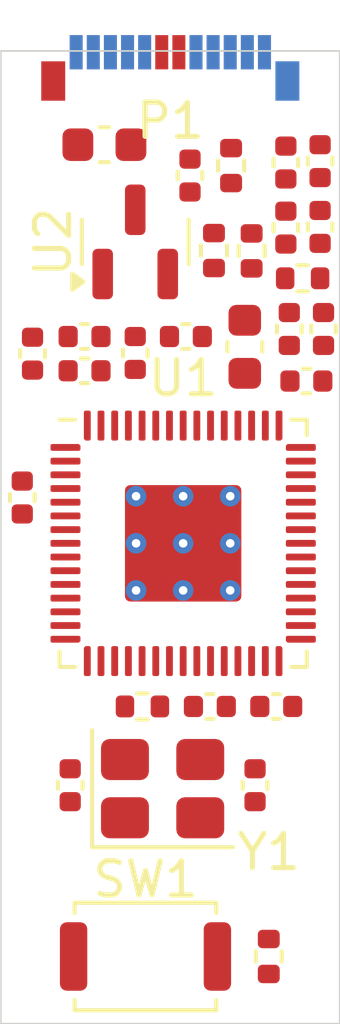
<source format=kicad_pcb>
(kicad_pcb (version 20241229) (generator "pcbnew") (generator_version "9.0")
  (layers (0 "F.Cu" signal) (2 "B.Cu" signal) (13 "F.Paste" user) (15 "B.Paste" user) (5 "F.SilkS" user "F.Silkscreen") (7 "B.SilkS" user "B.Silkscreen") (1 "F.Mask" user) (3 "B.Mask" user) (25 "Edge.Cuts" user))
  (net 0 "")
  (net 1 "VBUS")
  (net 2 "GND")
  (net 3 "+3V3")
  (net 4 "Net-(C3-Pad1)")
  (net 5 "/XIN")
  (net 6 "+1V1")
  (net 7 "/VREG_AVDD")
  (net 8 "Net-(U1-VREG_LX)")
  (net 9 "/USB_D+")
  (net 10 "/USB_D-")
  (net 12 "Net-(P1-CC)")
  (net 13 "Net-(U1-USB_DP)")
  (net 14 "Net-(U1-USB_DM)")
  (net 15 "/BOOTSEL")
  (net 16 "Net-(R4-Pad1)")
  (net 17 "/XOUT")
  (footprint "Capacitor_SMD:C_0402_1005Metric" (layer "F.Cu") (at 178.045 80.7375)
    (property "Reference" "C9" (hide yes))
    (property "Value" "4.7u" (hide yes))
    (fp_line (start -0.107836 -0.36) (end 0.107836 -0.36) (stroke (width 0.12)) (layer "F.SilkS"))
    (fp_line (start -0.107836 0.36) (end 0.107836 0.36) (stroke (width 0.12)) (layer "F.SilkS"))
    (pad "1" smd roundrect (at -0.48 0) (size 0.56 0.62) (layers "F.Cu" "F.Mask" "F.Paste") (net 6 "+1V1"))
    (pad "2" smd roundrect (at 0.48 0) (size 0.56 0.62) (layers "F.Cu" "F.Mask" "F.Paste") (net 2 "GND"))
  )
  (footprint "Resistor_SMD:R_0402_1005Metric" (layer "F.Cu") (at 174.135 80.7375 180)
    (property "Reference" "R5" (hide yes))
    (property "Value" "1k" (hide yes))
    (fp_line (start -0.153641 0.38) (end 0.153641 0.38) (stroke (width 0.12)) (layer "F.SilkS"))
    (fp_line (start -0.153641 -0.38) (end 0.153641 -0.38) (stroke (width 0.12)) (layer "F.SilkS"))
    (pad "1" smd roundrect (at -0.51 0 180) (size 0.54 0.64) (layers "F.Cu" "F.Mask" "F.Paste") (net 17 "/XOUT"))
    (pad "2" smd roundrect (at 0.51 0 180) (size 0.54 0.64) (layers "F.Cu" "F.Mask" "F.Paste") (net 4 "Net-(C3-Pad1)"))
  )
  (footprint "Resistor_SMD:R_0402_1005Metric" (layer "F.Cu") (at 177.325 67.4375 90)
    (property "Reference" "R3" (hide yes))
    (property "Value" "27" (hide yes))
    (fp_line (start -0.153641 -0.38) (end 0.153641 -0.38) (stroke (width 0.12)) (layer "F.SilkS"))
    (fp_line (start -0.153641 0.38) (end 0.153641 0.38) (stroke (width 0.12)) (layer "F.SilkS"))
    (pad "1" smd roundrect (at -0.51 0 90) (size 0.54 0.64) (layers "F.Cu" "F.Mask" "F.Paste") (net 14 "Net-(U1-USB_DM)"))
    (pad "2" smd roundrect (at 0.51 0 90) (size 0.54 0.64) (layers "F.Cu" "F.Mask" "F.Paste") (net 10 "/USB_D-"))
  )
  (footprint "Capacitor_SMD:C_0402_1005Metric" (layer "F.Cu") (at 172.445 69.9375 180)
    (property "Reference" "C19" (hide yes))
    (property "Value" "100n" (hide yes))
    (fp_line (start -0.107836 0.36) (end 0.107836 0.36) (stroke (width 0.12)) (layer "F.SilkS"))
    (fp_line (start -0.107836 -0.36) (end 0.107836 -0.36) (stroke (width 0.12)) (layer "F.SilkS"))
    (pad "1" smd roundrect (at -0.48 0 180) (size 0.56 0.62) (layers "F.Cu" "F.Mask" "F.Paste") (net 3 "+3V3"))
    (pad "2" smd roundrect (at 0.48 0 180) (size 0.56 0.62) (layers "F.Cu" "F.Mask" "F.Paste") (net 2 "GND"))
  )
  (footprint "Connector_USB:USB_C_Plug_Molex_105444" (layer "F.Cu") (at 174.95 61.5975)
    (property "Reference" "P1" (at 0 2.04 0) (layer "F.SilkS"))
    (property "Value" "USB_C_Plug_USB2.0" (hide yes))
    (pad "A1" smd rect (at -2.75 0.04) (size 0.38 1) (layers "F.Cu" "F.Mask" "F.Paste") (net 2 "GND"))
    (pad "A2" smd rect (at -2.25 0.04) (size 0.38 1) (layers "F.Cu" "F.Mask" "F.Paste"))
    (pad "A3" smd rect (at -1.75 0.04) (size 0.38 1) (layers "F.Cu" "F.Mask" "F.Paste"))
    (pad "A4" smd rect (at -1.25 0.04) (size 0.38 1) (layers "F.Cu" "F.Mask" "F.Paste") (net 1 "VBUS"))
    (pad "A5" smd rect (at -0.75 0.04) (size 0.38 1) (layers "F.Cu" "F.Mask" "F.Paste") (net 12 "Net-(P1-CC)"))
    (pad "A6" smd rect (at -0.25 0.04) (size 0.38 1) (layers "F.Cu" "F.Mask" "F.Paste") (net 10 "/USB_D-"))
    (pad "A7" smd rect (at 0.25 0.04) (size 0.38 1) (layers "F.Cu" "F.Mask" "F.Paste") (net 9 "/USB_D+"))
    (pad "A8" smd rect (at 0.75 0.04) (size 0.38 1) (layers "F.Cu" "F.Mask" "F.Paste"))
    (pad "A9" smd rect (at 1.25 0.04) (size 0.38 1) (layers "F.Cu" "F.Mask" "F.Paste") (net 1 "VBUS"))
    (pad "A10" smd rect (at 1.75 0.04) (size 0.38 1) (layers "F.Cu" "F.Mask" "F.Paste"))
    (pad "A11" smd rect (at 2.25 0.04) (size 0.38 1) (layers "F.Cu" "F.Mask" "F.Paste"))
    (pad "A12" smd rect (at 2.75 0.04) (size 0.38 1) (layers "F.Cu" "F.Mask" "F.Paste") (net 2 "GND"))
    (pad "B1" smd rect (at 2.75 0.04) (size 0.38 1) (layers "B.Cu" "B.Mask" "B.Paste") (net 2 "GND"))
    (pad "B2" smd rect (at 2.25 0.04) (size 0.38 1) (layers "B.Cu" "B.Mask" "B.Paste"))
    (pad "B3" smd rect (at 1.75 0.04) (size 0.38 1) (layers "B.Cu" "B.Mask" "B.Paste"))
    (pad "B4" smd rect (at 1.25 0.04) (size 0.38 1) (layers "B.Cu" "B.Mask" "B.Paste") (net 1 "VBUS"))
    (pad "B5" smd rect (at 0.75 0.04) (size 0.38 1) (layers "B.Cu" "B.Mask" "B.Paste"))
    (pad "B8" smd rect (at -0.75 0.04) (size 0.38 1) (layers "B.Cu" "B.Mask" "B.Paste"))
    (pad "B9" smd rect (at -1.25 0.04) (size 0.38 1) (layers "B.Cu" "B.Mask" "B.Paste") (net 1 "VBUS"))
    (pad "B10" smd rect (at -1.75 0.04) (size 0.38 1) (layers "B.Cu" "B.Mask" "B.Paste"))
    (pad "B11" smd rect (at -2.25 0.04) (size 0.38 1) (layers "B.Cu" "B.Mask" "B.Paste"))
    (pad "B12" smd rect (at -2.75 0.04) (size 0.38 1) (layers "B.Cu" "B.Mask" "B.Paste") (net 2 "GND"))
    (pad "S1" smd rect (at -3.42 0.88) (size 0.7 1.15) (layers "F.Cu" "F.Mask" "F.Paste") (net 2 "GND"))
    (pad "S1" smd rect (at 3.42 0.88) (size 0.7 1.15) (layers "B.Cu" "B.Mask" "B.Paste") (net 2 "GND"))
  )
  (footprint "Capacitor_SMD:C_0402_1005Metric" (layer "F.Cu") (at 178.925 71.2375)
    (property "Reference" "C14" (hide yes))
    (property "Value" "100n" (hide yes))
    (fp_line (start -0.107836 -0.36) (end 0.107836 -0.36) (stroke (width 0.12)) (layer "F.SilkS"))
    (fp_line (start -0.107836 0.36) (end 0.107836 0.36) (stroke (width 0.12)) (layer "F.SilkS"))
    (pad "1" smd roundrect (at -0.48 0) (size 0.56 0.62) (layers "F.Cu" "F.Mask" "F.Paste") (net 3 "+3V3"))
    (pad "2" smd roundrect (at 0.48 0) (size 0.56 0.62) (layers "F.Cu" "F.Mask" "F.Paste") (net 2 "GND"))
  )
  (footprint "Capacitor_SMD:C_0402_1005Metric" (layer "F.Cu") (at 172.025 83.0375 90)
    (property "Reference" "C3" (hide yes))
    (property "Value" "15p" (hide yes))
    (fp_line (start -0.107836 -0.36) (end 0.107836 -0.36) (stroke (width 0.12)) (layer "F.SilkS"))
    (fp_line (start -0.107836 0.36) (end 0.107836 0.36) (stroke (width 0.12)) (layer "F.SilkS"))
    (pad "1" smd roundrect (at -0.48 0 90) (size 0.56 0.62) (layers "F.Cu" "F.Mask" "F.Paste") (net 4 "Net-(C3-Pad1)"))
    (pad "2" smd roundrect (at 0.48 0 90) (size 0.56 0.62) (layers "F.Cu" "F.Mask" "F.Paste") (net 2 "GND"))
  )
  (footprint "Capacitor_SMD:C_0402_1005Metric" (layer "F.Cu") (at 173.925 70.4175 -90)
    (property "Reference" "C15" (hide yes))
    (property "Value" "100n" (hide yes))
    (fp_line (start -0.107836 0.36) (end 0.107836 0.36) (stroke (width 0.12)) (layer "F.SilkS"))
    (fp_line (start -0.107836 -0.36) (end 0.107836 -0.36) (stroke (width 0.12)) (layer "F.SilkS"))
    (pad "1" smd roundrect (at -0.48 0 270) (size 0.56 0.62) (layers "F.Cu" "F.Mask" "F.Paste") (net 3 "+3V3"))
    (pad "2" smd roundrect (at 0.48 0 270) (size 0.56 0.62) (layers "F.Cu" "F.Mask" "F.Paste") (net 2 "GND"))
  )
  (footprint "Resistor_SMD:R_0402_1005Metric" (layer "F.Cu") (at 176.225 67.4275 90)
    (property "Reference" "R2" (hide yes))
    (property "Value" "27" (hide yes))
    (fp_line (start -0.153641 -0.38) (end 0.153641 -0.38) (stroke (width 0.12)) (layer "F.SilkS"))
    (fp_line (start -0.153641 0.38) (end 0.153641 0.38) (stroke (width 0.12)) (layer "F.SilkS"))
    (pad "1" smd roundrect (at -0.51 0 90) (size 0.54 0.64) (layers "F.Cu" "F.Mask" "F.Paste") (net 13 "Net-(U1-USB_DP)"))
    (pad "2" smd roundrect (at 0.51 0 90) (size 0.54 0.64) (layers "F.Cu" "F.Mask" "F.Paste") (net 9 "/USB_D+"))
  )
  (footprint "Capacitor_SMD:C_0402_1005Metric" (layer "F.Cu") (at 178.325 66.7575 90)
    (property "Reference" "C7" (hide yes))
    (property "Value" "4.7u" (hide yes))
    (fp_line (start -0.107836 -0.36) (end 0.107836 -0.36) (stroke (width 0.12)) (layer "F.SilkS"))
    (fp_line (start -0.107836 0.36) (end 0.107836 0.36) (stroke (width 0.12)) (layer "F.SilkS"))
    (pad "1" smd roundrect (at -0.48 0 90) (size 0.56 0.62) (layers "F.Cu" "F.Mask" "F.Paste") (net 7 "/VREG_AVDD"))
    (pad "2" smd roundrect (at 0.48 0 90) (size 0.56 0.62) (layers "F.Cu" "F.Mask" "F.Paste") (net 2 "GND"))
  )
  (footprint "Crystal:Crystal_SMD_3225-4Pin_3.2x2.5mm" (layer "F.Cu") (at 174.725 83.1375)
    (property "Reference" "Y1" (at 3.1 1.85 0) (layer "F.SilkS"))
    (property "Value" "ABM8-272-T3" (hide yes))
    (fp_line (start -2.06 -1.71) (end -2.06 1.71) (stroke (width 0.12)) (layer "F.SilkS"))
    (fp_line (start -2.06 1.71) (end 2.06 1.71) (stroke (width 0.12)) (layer "F.SilkS"))
    (pad "1" smd roundrect (at -1.1 0.85) (size 1.4 1.2) (layers "F.Cu" "F.Mask" "F.Paste") (roundrect_rratio 0.208333) (net 4 "Net-(C3-Pad1)"))
    (pad "2" smd roundrect (at 1.1 0.85) (size 1.4 1.2) (layers "F.Cu" "F.Mask" "F.Paste") (roundrect_rratio 0.208333))
    (pad "3" smd roundrect (at 1.1 -0.85) (size 1.4 1.2) (layers "F.Cu" "F.Mask" "F.Paste") (roundrect_rratio 0.208333) (net 5 "/XIN"))
    (pad "4" smd roundrect (at -1.1 -0.85) (size 1.4 1.2) (layers "F.Cu" "F.Mask" "F.Paste") (roundrect_rratio 0.208333))
  )
  (footprint "Package_TO_SOT_SMD:SOT-23" (layer "F.Cu") (at 173.925 67.175 90)
    (property "Reference" "U2" (at 0 -2.4 90) (layer "F.SilkS"))
    (property "Value" "MCP1700x-330xxTT" (hide yes))
    (fp_line (start 0 -1.56) (end 0.65 -1.56) (stroke (width 0.12)) (layer "F.SilkS"))
    (fp_line (start 0 -1.56) (end -0.65 -1.56) (stroke (width 0.12)) (layer "F.SilkS"))
    (fp_line (start 0 1.56) (end 0.65 1.56) (stroke (width 0.12)) (layer "F.SilkS"))
    (fp_line (start 0 1.56) (end -0.65 1.56) (stroke (width 0.12)) (layer "F.SilkS"))
    (fp_poly (pts (xy -1.1625 -1.51) (xy -1.4025 -1.84) (xy -0.9225 -1.84)) (stroke (width 0.12)) (fill yes) (layer "F.SilkS"))
    (pad "1" smd roundrect (at -0.9375 -0.95 90) (size 1.475 0.6) (layers "F.Cu" "F.Mask" "F.Paste") (net 2 "GND"))
    (pad "2" smd roundrect (at -0.9375 0.95 90) (size 1.475 0.6) (layers "F.Cu" "F.Mask" "F.Paste") (net 3 "+3V3"))
    (pad "3" smd roundrect (at 0.9375 0 90) (size 1.475 0.6) (layers "F.Cu" "F.Mask" "F.Paste") (net 1 "VBUS"))
  )
  (footprint "Capacitor_SMD:C_0402_1005Metric" (layer "F.Cu") (at 176.105 80.7375)
    (property "Reference" "C10" (hide yes))
    (property "Value" "100n" (hide yes))
    (fp_line (start -0.107836 -0.36) (end 0.107836 -0.36) (stroke (width 0.12)) (layer "F.SilkS"))
    (fp_line (start -0.107836 0.36) (end 0.107836 0.36) (stroke (width 0.12)) (layer "F.SilkS"))
    (pad "1" smd roundrect (at -0.48 0) (size 0.56 0.62) (layers "F.Cu" "F.Mask" "F.Paste") (net 6 "+1V1"))
    (pad "2" smd roundrect (at 0.48 0) (size 0.56 0.62) (layers "F.Cu" "F.Mask" "F.Paste") (net 2 "GND"))
  )
  (footprint "Capacitor_SMD:C_0402_1005Metric" (layer "F.Cu") (at 170.625 74.6375 90)
    (property "Reference" "L1" (hide yes))
    (property "Value" "3.3u" (hide yes))
    (fp_line (start -0.107836 -0.36) (end 0.107836 -0.36) (stroke (width 0.12)) (layer "F.SilkS"))
    (fp_line (start -0.107836 0.36) (end 0.107836 0.36) (stroke (width 0.12)) (layer "F.SilkS"))
    (pad "1" smd roundrect (at -0.48 0 90) (size 0.56 0.62) (layers "F.Cu" "F.Mask" "F.Paste") (net 6 "+1V1"))
    (pad "2" smd roundrect (at 0.48 0 90) (size 0.56 0.62) (layers "F.Cu" "F.Mask" "F.Paste") (net 8 "Net-(U1-VREG_LX)"))
  )
  (footprint "Resistor_SMD:R_0402_1005Metric" (layer "F.Cu") (at 176.725 64.9475 -90)
    (property "Reference" "R1" (hide yes))
    (property "Value" "5.1K" (hide yes))
    (fp_line (start -0.153641 0.38) (end 0.153641 0.38) (stroke (width 0.12)) (layer "F.SilkS"))
    (fp_line (start -0.153641 -0.38) (end 0.153641 -0.38) (stroke (width 0.12)) (layer "F.SilkS"))
    (pad "1" smd roundrect (at -0.51 0 270) (size 0.54 0.64) (layers "F.Cu" "F.Mask" "F.Paste") (net 12 "Net-(P1-CC)"))
    (pad "2" smd roundrect (at 0.51 0 270) (size 0.54 0.64) (layers "F.Cu" "F.Mask" "F.Paste") (net 2 "GND"))
  )
  (footprint "Capacitor_SMD:C_0402_1005Metric" (layer "F.Cu") (at 172.445 70.9375)
    (property "Reference" "C18" (hide yes))
    (property "Value" "100n" (hide yes))
    (fp_line (start -0.107836 -0.36) (end 0.107836 -0.36) (stroke (width 0.12)) (layer "F.SilkS"))
    (fp_line (start -0.107836 0.36) (end 0.107836 0.36) (stroke (width 0.12)) (layer "F.SilkS"))
    (pad "1" smd roundrect (at -0.48 0) (size 0.56 0.62) (layers "F.Cu" "F.Mask" "F.Paste") (net 3 "+3V3"))
    (pad "2" smd roundrect (at 0.48 0) (size 0.56 0.62) (layers "F.Cu" "F.Mask" "F.Paste") (net 2 "GND"))
  )
  (footprint "Capacitor_SMD:C_0402_1005Metric" (layer "F.Cu") (at 177.425 83.0375 -90)
    (property "Reference" "C4" (hide yes))
    (property "Value" "15p" (hide yes))
    (fp_line (start -0.107836 0.36) (end 0.107836 0.36) (stroke (width 0.12)) (layer "F.SilkS"))
    (fp_line (start -0.107836 -0.36) (end 0.107836 -0.36) (stroke (width 0.12)) (layer "F.SilkS"))
    (pad "1" smd roundrect (at -0.48 0 270) (size 0.56 0.62) (layers "F.Cu" "F.Mask" "F.Paste") (net 5 "/XIN"))
    (pad "2" smd roundrect (at 0.48 0 270) (size 0.56 0.62) (layers "F.Cu" "F.Mask" "F.Paste") (net 2 "GND"))
  )
  (footprint "Capacitor_SMD:C_0402_1005Metric" (layer "F.Cu") (at 178.325 64.8575 90)
    (property "Reference" "C13" (hide yes))
    (property "Value" "100n" (hide yes))
    (fp_line (start -0.107836 -0.36) (end 0.107836 -0.36) (stroke (width 0.12)) (layer "F.SilkS"))
    (fp_line (start -0.107836 0.36) (end 0.107836 0.36) (stroke (width 0.12)) (layer "F.SilkS"))
    (pad "1" smd roundrect (at -0.48 0 90) (size 0.56 0.62) (layers "F.Cu" "F.Mask" "F.Paste") (net 3 "+3V3"))
    (pad "2" smd roundrect (at 0.48 0 90) (size 0.56 0.62) (layers "F.Cu" "F.Mask" "F.Paste") (net 2 "GND"))
  )
  (footprint "Capacitor_SMD:C_0402_1005Metric" (layer "F.Cu") (at 179.425 69.7175 90)
    (property "Reference" "C8" (hide yes))
    (property "Value" "100n" (hide yes))
    (fp_line (start -0.107836 -0.36) (end 0.107836 -0.36) (stroke (width 0.12)) (layer "F.SilkS"))
    (fp_line (start -0.107836 0.36) (end 0.107836 0.36) (stroke (width 0.12)) (layer "F.SilkS"))
    (pad "1" smd roundrect (at -0.48 0 90) (size 0.56 0.62) (layers "F.Cu" "F.Mask" "F.Paste") (net 6 "+1V1"))
    (pad "2" smd roundrect (at 0.48 0 90) (size 0.56 0.62) (layers "F.Cu" "F.Mask" "F.Paste") (net 2 "GND"))
  )
  (footprint "Capacitor_SMD:C_0603_1608Metric" (layer "F.Cu") (at 173.025 64.3375)
    (property "Reference" "C1" (hide yes))
    (property "Value" "10u" (hide yes))
    (fp_line (start -0.14058 -0.51) (end 0.14058 -0.51) (stroke (width 0.12)) (layer "F.SilkS"))
    (fp_line (start -0.14058 0.51) (end 0.14058 0.51) (stroke (width 0.12)) (layer "F.SilkS"))
    (pad "1" smd roundrect (at -0.775 0) (size 0.9 0.95) (layers "F.Cu" "F.Mask" "F.Paste") (net 2 "GND"))
    (pad "2" smd roundrect (at 0.775 0) (size 0.9 0.95) (layers "F.Cu" "F.Mask" "F.Paste") (net 1 "VBUS"))
  )
  (footprint "Capacitor_SMD:C_0402_1005Metric" (layer "F.Cu") (at 179.325 64.8175 90)
    (property "Reference" "C11" (hide yes))
    (property "Value" "100n" (hide yes))
    (fp_line (start -0.107836 -0.36) (end 0.107836 -0.36) (stroke (width 0.12)) (layer "F.SilkS"))
    (fp_line (start -0.107836 0.36) (end 0.107836 0.36) (stroke (width 0.12)) (layer "F.SilkS"))
    (pad "1" smd roundrect (at -0.48 0 90) (size 0.56 0.62) (layers "F.Cu" "F.Mask" "F.Paste") (net 3 "+3V3"))
    (pad "2" smd roundrect (at 0.48 0 90) (size 0.56 0.62) (layers "F.Cu" "F.Mask" "F.Paste") (net 2 "GND"))
  )
  (footprint "Capacitor_SMD:C_0402_1005Metric" (layer "F.Cu") (at 175.525 65.2375 90)
    (property "Reference" "C12" (hide yes))
    (property "Value" "100n" (hide yes))
    (fp_line (start -0.107836 -0.36) (end 0.107836 -0.36) (stroke (width 0.12)) (layer "F.SilkS"))
    (fp_line (start -0.107836 0.36) (end 0.107836 0.36) (stroke (width 0.12)) (layer "F.SilkS"))
    (pad "1" smd roundrect (at -0.48 0 90) (size 0.56 0.62) (layers "F.Cu" "F.Mask" "F.Paste") (net 3 "+3V3"))
    (pad "2" smd roundrect (at 0.48 0 90) (size 0.56 0.62) (layers "F.Cu" "F.Mask" "F.Paste") (net 2 "GND"))
  )
  (footprint "Button_Switch_SMD:SW_Push_SPST_NO_Alps_SKRK" (layer "F.Cu") (at 174.225 88.0375)
    (property "Reference" "SW1" (at 0 -2.25 0) (layer "F.SilkS"))
    (property "Value" "SW_Push" (hide yes))
    (fp_line (start -2.07 -1.57) (end 2.07 -1.57) (stroke (width 0.12)) (layer "F.SilkS"))
    (fp_line (start -2.07 -1.27) (end -2.07 -1.57) (stroke (width 0.12)) (layer "F.SilkS"))
    (fp_line (start -2.07 1.57) (end -2.07 1.27) (stroke (width 0.12)) (layer "F.SilkS"))
    (fp_line (start 2.07 -1.57) (end 2.07 -1.27) (stroke (width 0.12)) (layer "F.SilkS"))
    (fp_line (start 2.07 1.27) (end 2.07 1.57) (stroke (width 0.12)) (layer "F.SilkS"))
    (fp_line (start 2.07 1.57) (end -2.07 1.57) (stroke (width 0.12)) (layer "F.SilkS"))
    (pad "1" smd roundrect (at -2.1 0) (size 0.8 2) (layers "F.Cu" "F.Mask" "F.Paste") (net 2 "GND"))
    (pad "2" smd roundrect (at 2.1 0) (size 0.8 2) (layers "F.Cu" "F.Mask" "F.Paste") (net 16 "Net-(R4-Pad1)"))
  )
  (footprint "Resistor_SMD:R_0402_1005Metric" (layer "F.Cu") (at 178.815 68.2375)
    (property "Reference" "R6" (hide yes))
    (property "Value" "33" (hide yes))
    (fp_line (start -0.153641 -0.38) (end 0.153641 -0.38) (stroke (width 0.12)) (layer "F.SilkS"))
    (fp_line (start -0.153641 0.38) (end 0.153641 0.38) (stroke (width 0.12)) (layer "F.SilkS"))
    (pad "1" smd roundrect (at -0.51 0) (size 0.54 0.64) (layers "F.Cu" "F.Mask" "F.Paste") (net 7 "/VREG_AVDD"))
    (pad "2" smd roundrect (at 0.51 0) (size 0.54 0.64) (layers "F.Cu" "F.Mask" "F.Paste") (net 3 "+3V3"))
  )
  (footprint "RP2350_60QFN_minimal:RP2350-QFN-60-1EP_7x7_P0.4mm_EP3.4x3.4mm_ThermalVias" (layer "F.Cu") (at 175.325 75.975)
    (property "Reference" "U1" (at 0 -4.82 0) (layer "F.SilkS"))
    (property "Value" "RP2350_60QFN" (hide yes))
    (fp_line (start -3.61 3.61) (end -3.61 3.16) (stroke (width 0.12)) (layer "F.SilkS"))
    (fp_line (start -3.16 -3.61) (end -3.61 -3.61) (stroke (width 0.12)) (layer "F.SilkS"))
    (fp_line (start -3.16 3.61) (end -3.61 3.61) (stroke (width 0.12)) (layer "F.SilkS"))
    (fp_line (start 3.16 -3.61) (end 3.61 -3.61) (stroke (width 0.12)) (layer "F.SilkS"))
    (fp_line (start 3.16 3.61) (end 3.61 3.61) (stroke (width 0.12)) (layer "F.SilkS"))
    (fp_line (start 3.61 -3.61) (end 3.61 -3.16) (stroke (width 0.12)) (layer "F.SilkS"))
    (fp_line (start 3.61 3.61) (end 3.61 3.16) (stroke (width 0.12)) (layer "F.SilkS"))
    (pad "1" smd roundrect (at -3.4375 -2.8) (size 0.875 0.2) (layers "F.Cu" "F.Mask" "F.Paste") (chamfer_ratio 0.25) (chamfer top_right) (net 2 "GND"))
    (pad "2" smd roundrect (at -3.4375 -2.4) (size 0.875 0.2) (layers "F.Cu" "F.Mask" "F.Paste"))
    (pad "3" smd roundrect (at -3.4375 -2) (size 0.875 0.2) (layers "F.Cu" "F.Mask" "F.Paste"))
    (pad "4" smd roundrect (at -3.4375 -1.6) (size 0.875 0.2) (layers "F.Cu" "F.Mask" "F.Paste"))
    (pad "5" smd roundrect (at -3.4375 -1.2) (size 0.875 0.2) (layers "F.Cu" "F.Mask" "F.Paste"))
    (pad "6" smd roundrect (at -3.4375 -0.8) (size 0.875 0.2) (layers "F.Cu" "F.Mask" "F.Paste") (net 6 "+1V1"))
    (pad "7" smd roundrect (at -3.4375 -0.4) (size 0.875 0.2) (layers "F.Cu" "F.Mask" "F.Paste"))
    (pad "8" smd roundrect (at -3.4375 0) (size 0.875 0.2) (layers "F.Cu" "F.Mask" "F.Paste"))
    (pad "9" smd roundrect (at -3.4375 0.4) (size 0.875 0.2) (layers "F.Cu" "F.Mask" "F.Paste"))
    (pad "10" smd roundrect (at -3.4375 0.8) (size 0.875 0.2) (layers "F.Cu" "F.Mask" "F.Paste"))
    (pad "11" smd roundrect (at -3.4375 1.2) (size 0.875 0.2) (layers "F.Cu" "F.Mask" "F.Paste") (net 2 "GND"))
    (pad "12" smd roundrect (at -3.4375 1.6) (size 0.875 0.2) (layers "F.Cu" "F.Mask" "F.Paste"))
    (pad "13" smd roundrect (at -3.4375 2) (size 0.875 0.2) (layers "F.Cu" "F.Mask" "F.Paste"))
    (pad "14" smd roundrect (at -3.4375 2.4) (size 0.875 0.2) (layers "F.Cu" "F.Mask" "F.Paste"))
    (pad "15" smd roundrect (at -3.4375 2.8) (size 0.875 0.2) (layers "F.Cu" "F.Mask" "F.Paste") (chamfer_ratio 0.25) (chamfer bottom_right))
    (pad "16" smd roundrect (at -2.8 3.4375) (size 0.2 0.875) (layers "F.Cu" "F.Mask" "F.Paste") (chamfer_ratio 0.25) (chamfer top_left))
    (pad "17" smd roundrect (at -2.4 3.4375) (size 0.2 0.875) (layers "F.Cu" "F.Mask" "F.Paste"))
    (pad "18" smd roundrect (at -2 3.4375) (size 0.2 0.875) (layers "F.Cu" "F.Mask" "F.Paste"))
    (pad "19" smd roundrect (at -1.6 3.4375) (size 0.2 0.875) (layers "F.Cu" "F.Mask" "F.Paste"))
    (pad "20" smd roundrect (at -1.2 3.4375) (size 0.2 0.875) (layers "F.Cu" "F.Mask" "F.Paste") (net 2 "GND"))
    (pad "21" smd roundrect (at -0.8 3.4375) (size 0.2 0.875) (layers "F.Cu" "F.Mask" "F.Paste") (net 5 "/XIN"))
    (pad "22" smd roundrect (at -0.4 3.4375) (size 0.2 0.875) (layers "F.Cu" "F.Mask" "F.Paste") (net 17 "/XOUT"))
    (pad "23" smd roundrect (at 0 3.4375) (size 0.2 0.875) (layers "F.Cu" "F.Mask" "F.Paste") (net 6 "+1V1"))
    (pad "24" smd roundrect (at 0.4 3.4375) (size 0.2 0.875) (layers "F.Cu" "F.Mask" "F.Paste"))
    (pad "25" smd roundrect (at 0.8 3.4375) (size 0.2 0.875) (layers "F.Cu" "F.Mask" "F.Paste"))
    (pad "26" smd roundrect (at 1.2 3.4375) (size 0.2 0.875) (layers "F.Cu" "F.Mask" "F.Paste"))
    (pad "27" smd roundrect (at 1.6 3.4375) (size 0.2 0.875) (layers "F.Cu" "F.Mask" "F.Paste"))
    (pad "28" smd roundrect (at 2 3.4375) (size 0.2 0.875) (layers "F.Cu" "F.Mask" "F.Paste"))
    (pad "29" smd roundrect (at 2.4 3.4375) (size 0.2 0.875) (layers "F.Cu" "F.Mask" "F.Paste"))
    (pad "30" smd roundrect (at 2.8 3.4375) (size 0.2 0.875) (layers "F.Cu" "F.Mask" "F.Paste") (chamfer_ratio 0.25) (chamfer top_right) (net 2 "GND"))
    (pad "31" smd roundrect (at 3.4375 2.8) (size 0.875 0.2) (layers "F.Cu" "F.Mask" "F.Paste") (chamfer_ratio 0.25) (chamfer bottom_left))
    (pad "32" smd roundrect (at 3.4375 2.4) (size 0.875 0.2) (layers "F.Cu" "F.Mask" "F.Paste"))
    (pad "33" smd roundrect (at 3.4375 2) (size 0.875 0.2) (layers "F.Cu" "F.Mask" "F.Paste"))
    (pad "34" smd roundrect (at 3.4375 1.6) (size 0.875 0.2) (layers "F.Cu" "F.Mask" "F.Paste"))
    (pad "35" smd roundrect (at 3.4375 1.2) (size 0.875 0.2) (layers "F.Cu" "F.Mask" "F.Paste"))
    (pad "36" smd roundrect (at 3.4375 0.8) (size 0.875 0.2) (layers "F.Cu" "F.Mask" "F.Paste"))
    (pad "37" smd roundrect (at 3.4375 0.4) (size 0.875 0.2) (layers "F.Cu" "F.Mask" "F.Paste"))
    (pad "38" smd roundrect (at 3.4375 0) (size 0.875 0.2) (layers "F.Cu" "F.Mask" "F.Paste") (net 2 "GND"))
    (pad "39" smd roundrect (at 3.4375 -0.4) (size 0.875 0.2) (layers "F.Cu" "F.Mask" "F.Paste") (net 6 "+1V1"))
    (pad "40" smd roundrect (at 3.4375 -0.8) (size 0.875 0.2) (layers "F.Cu" "F.Mask" "F.Paste"))
    (pad "41" smd roundrect (at 3.4375 -1.2) (size 0.875 0.2) (layers "F.Cu" "F.Mask" "F.Paste"))
    (pad "42" smd roundrect (at 3.4375 -1.6) (size 0.875 0.2) (layers "F.Cu" "F.Mask" "F.Paste"))
    (pad "43" smd roundrect (at 3.4375 -2) (size 0.875 0.2) (layers "F.Cu" "F.Mask" "F.Paste"))
    (pad "44" smd roundrect (at 3.4375 -2.4) (size 0.875 0.2) (layers "F.Cu" "F.Mask" "F.Paste") (net 2 "GND"))
    (pad "45" smd roundrect (at 3.4375 -2.8) (size 0.875 0.2) (layers "F.Cu" "F.Mask" "F.Paste") (chamfer_ratio 0.25) (chamfer top_left) (net 2 "GND"))
    (pad "46" smd roundrect (at 2.8 -3.4375) (size 0.2 0.875) (layers "F.Cu" "F.Mask" "F.Paste") (chamfer_ratio 0.25) (chamfer bottom_right) (net 7 "/VREG_AVDD"))
    (pad "47" smd roundrect (at 2.4 -3.4375) (size 0.2 0.875) (layers "F.Cu" "F.Mask" "F.Paste") (net 2 "GND"))
    (pad "48" smd roundrect (at 2 -3.4375) (size 0.2 0.875) (layers "F.Cu" "F.Mask" "F.Paste") (net 8 "Net-(U1-VREG_LX)"))
    (pad "49" smd roundrect (at 1.6 -3.4375) (size 0.2 0.875) (layers "F.Cu" "F.Mask" "F.Paste") (net 3 "+3V3"))
    (pad "50" smd roundrect (at 1.2 -3.4375) (size 0.2 0.875) (layers "F.Cu" "F.Mask" "F.Paste") (net 6 "+1V1"))
    (pad "51" smd roundrect (at 0.8 -3.4375) (size 0.2 0.875) (layers "F.Cu" "F.Mask" "F.Paste") (net 14 "Net-(U1-USB_DM)"))
    (pad "52" smd roundrect (at 0.4 -3.4375) (size 0.2 0.875) (layers "F.Cu" "F.Mask" "F.Paste") (net 13 "Net-(U1-USB_DP)"))
    (pad "53" smd roundrect (at 0 -3.4375) (size 0.2 0.875) (layers "F.Cu" "F.Mask" "F.Paste") (net 2 "GND"))
    (pad "54" smd roundrect (at -0.4 -3.4375) (size 0.2 0.875) (layers "F.Cu" "F.Mask" "F.Paste") (net 2 "GND"))
    (pad "55" smd roundrect (at -0.8 -3.4375) (size 0.2 0.875) (layers "F.Cu" "F.Mask" "F.Paste"))
    (pad "56" smd roundrect (at -1.2 -3.4375) (size 0.2 0.875) (layers "F.Cu" "F.Mask" "F.Paste"))
    (pad "57" smd roundrect (at -1.6 -3.4375) (size 0.2 0.875) (layers "F.Cu" "F.Mask" "F.Paste"))
    (pad "58" smd roundrect (at -2 -3.4375) (size 0.2 0.875) (layers "F.Cu" "F.Mask" "F.Paste"))
    (pad "59" smd roundrect (at -2.4 -3.4375) (size 0.2 0.875) (layers "F.Cu" "F.Mask" "F.Paste"))
    (pad "60" smd roundrect (at -2.8 -3.4375) (size 0.2 0.875) (layers "F.Cu" "F.Mask" "F.Paste") (chamfer_ratio 0.25) (chamfer bottom_left) (net 15 "/BOOTSEL"))
    (pad "61" thru_hole circle (at -1.375 -1.375) (size 0.6 0.6) (drill 0.25) (layers "*.Cu") (net 2 "GND"))
    (pad "61" thru_hole circle (at -1.375 0) (size 0.6 0.6) (drill 0.25) (layers "*.Cu") (net 2 "GND"))
    (pad "61" thru_hole circle (at -1.375 1.375) (size 0.6 0.6) (drill 0.25) (layers "*.Cu") (net 2 "GND"))
    (pad "61" thru_hole circle (at 0 -1.375) (size 0.6 0.6) (drill 0.25) (layers "*.Cu") (net 2 "GND"))
    (pad "61" thru_hole circle (at 0 0) (size 0.6 0.6) (drill 0.25) (layers "*.Cu") (net 2 "GND"))
    (pad "61" smd roundrect (at 0 0 90) (size 3.4 3.4) (layers "F.Cu" "F.Mask") (roundrect_rratio 0.045) (net 2 "GND"))
    (pad "61" thru_hole circle (at 0 1.375) (size 0.6 0.6) (drill 0.25) (layers "*.Cu") (net 2 "GND"))
    (pad "61" thru_hole circle (at 1.375 -1.375) (size 0.6 0.6) (drill 0.25) (layers "*.Cu") (net 2 "GND"))
    (pad "61" thru_hole circle (at 1.375 0) (size 0.6 0.6) (drill 0.25) (layers "*.Cu") (net 2 "GND"))
    (pad "61" thru_hole circle (at 1.375 1.375) (size 0.6 0.6) (drill 0.25) (layers "*.Cu") (net 2 "GND"))
  )
  (footprint "Capacitor_SMD:C_0402_1005Metric" (layer "F.Cu") (at 175.405 69.9375)
    (property "Reference" "C16" (hide yes))
    (property "Value" "100n" (hide yes))
    (fp_line (start -0.107836 -0.36) (end 0.107836 -0.36) (stroke (width 0.12)) (layer "F.SilkS"))
    (fp_line (start -0.107836 0.36) (end 0.107836 0.36) (stroke (width 0.12)) (layer "F.SilkS"))
    (pad "1" smd roundrect (at -0.48 0) (size 0.56 0.62) (layers "F.Cu" "F.Mask" "F.Paste") (net 3 "+3V3"))
    (pad "2" smd roundrect (at 0.48 0) (size 0.56 0.62) (layers "F.Cu" "F.Mask" "F.Paste") (net 2 "GND"))
  )
  (footprint "Resistor_SMD:R_0402_1005Metric" (layer "F.Cu") (at 177.825 88.0375 90)
    (property "Reference" "R4" (hide yes))
    (property "Value" "1k" (hide yes))
    (fp_line (start -0.153641 -0.38) (end 0.153641 -0.38) (stroke (width 0.12)) (layer "F.SilkS"))
    (fp_line (start -0.153641 0.38) (end 0.153641 0.38) (stroke (width 0.12)) (layer "F.SilkS"))
    (pad "1" smd roundrect (at -0.51 0 90) (size 0.54 0.64) (layers "F.Cu" "F.Mask" "F.Paste") (net 16 "Net-(R4-Pad1)"))
    (pad "2" smd roundrect (at 0.51 0 90) (size 0.54 0.64) (layers "F.Cu" "F.Mask" "F.Paste") (net 15 "/BOOTSEL"))
  )
  (footprint "Capacitor_SMD:C_0402_1005Metric" (layer "F.Cu") (at 178.425 69.7175 90)
    (property "Reference" "C5" (hide yes))
    (property "Value" "4.7u" (hide yes))
    (fp_line (start -0.107836 -0.36) (end 0.107836 -0.36) (stroke (width 0.12)) (layer "F.SilkS"))
    (fp_line (start -0.107836 0.36) (end 0.107836 0.36) (stroke (width 0.12)) (layer "F.SilkS"))
    (pad "1" smd roundrect (at -0.48 0 90) (size 0.56 0.62) (layers "F.Cu" "F.Mask" "F.Paste") (net 6 "+1V1"))
    (pad "2" smd roundrect (at 0.48 0 90) (size 0.56 0.62) (layers "F.Cu" "F.Mask" "F.Paste") (net 2 "GND"))
  )
  (footprint "Capacitor_SMD:C_0603_1608Metric" (layer "F.Cu") (at 177.125 70.2375 -90)
    (property "Reference" "C2" (hide yes))
    (property "Value" "10u" (hide yes))
    (fp_line (start -0.14058 0.51) (end 0.14058 0.51) (stroke (width 0.12)) (layer "F.SilkS"))
    (fp_line (start -0.14058 -0.51) (end 0.14058 -0.51) (stroke (width 0.12)) (layer "F.SilkS"))
    (pad "1" smd roundrect (at -0.775 0 270) (size 0.9 0.95) (layers "F.Cu" "F.Mask" "F.Paste") (net 3 "+3V3"))
    (pad "2" smd roundrect (at 0.775 0 270) (size 0.9 0.95) (layers "F.Cu" "F.Mask" "F.Paste") (net 2 "GND"))
  )
  (footprint "Capacitor_SMD:C_0402_1005Metric" (layer "F.Cu") (at 179.325 66.7375 90)
    (property "Reference" "C17" (hide yes))
    (property "Value" "100n" (hide yes))
    (fp_line (start -0.107836 -0.36) (end 0.107836 -0.36) (stroke (width 0.12)) (layer "F.SilkS"))
    (fp_line (start -0.107836 0.36) (end 0.107836 0.36) (stroke (width 0.12)) (layer "F.SilkS"))
    (pad "1" smd roundrect (at -0.48 0 90) (size 0.56 0.62) (layers "F.Cu" "F.Mask" "F.Paste") (net 3 "+3V3"))
    (pad "2" smd roundrect (at 0.48 0 90) (size 0.56 0.62) (layers "F.Cu" "F.Mask" "F.Paste") (net 2 "GND"))
  )
  (footprint "Capacitor_SMD:C_0402_1005Metric" (layer "F.Cu") (at 170.925 70.4375 90)
    (property "Reference" "C6" (hide yes))
    (property "Value" "4.7u" (hide yes))
    (fp_line (start -0.107836 -0.36) (end 0.107836 -0.36) (stroke (width 0.12)) (layer "F.SilkS"))
    (fp_line (start -0.107836 0.36) (end 0.107836 0.36) (stroke (width 0.12)) (layer "F.SilkS"))
    (pad "1" smd roundrect (at -0.48 0 90) (size 0.56 0.62) (layers "F.Cu" "F.Mask" "F.Paste") (net 3 "+3V3"))
    (pad "2" smd roundrect (at 0.48 0 90) (size 0.56 0.62) (layers "F.Cu" "F.Mask" "F.Paste") (net 2 "GND"))
  )
  (gr_rect (start 170 61.6) (end 179.9 90) (stroke (width 0.05)) (fill no) (layer "Edge.Cuts"))
)
</source>
